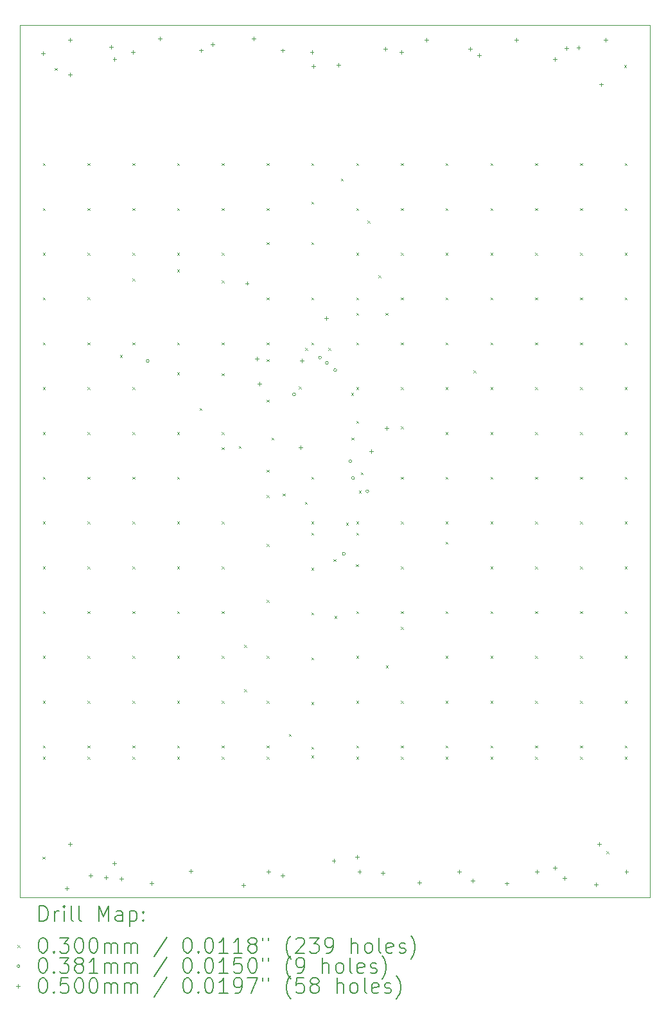
<source format=gbr>
%TF.GenerationSoftware,KiCad,Pcbnew,(6.0.10)*%
%TF.CreationDate,2023-07-31T20:16:09+01:00*%
%TF.ProjectId,magnetonetouchpad,6d61676e-6574-46f6-9e65-746f75636870,rev?*%
%TF.SameCoordinates,Original*%
%TF.FileFunction,Drillmap*%
%TF.FilePolarity,Positive*%
%FSLAX45Y45*%
G04 Gerber Fmt 4.5, Leading zero omitted, Abs format (unit mm)*
G04 Created by KiCad (PCBNEW (6.0.10)) date 2023-07-31 20:16:09*
%MOMM*%
%LPD*%
G01*
G04 APERTURE LIST*
%ADD10C,0.100000*%
%ADD11C,0.200000*%
%ADD12C,0.030000*%
%ADD13C,0.038110*%
%ADD14C,0.050000*%
G04 APERTURE END LIST*
D10*
X9585299Y-4046312D02*
X17884475Y-4046312D01*
X17884475Y-4046312D02*
X17884475Y-15534681D01*
X17884475Y-15534681D02*
X9585299Y-15534681D01*
X9585299Y-15534681D02*
X9585299Y-4046312D01*
D11*
D12*
X9877749Y-15002337D02*
X9907749Y-15032337D01*
X9907749Y-15002337D02*
X9877749Y-15032337D01*
X9883769Y-5867367D02*
X9913769Y-5897367D01*
X9913769Y-5867367D02*
X9883769Y-5897367D01*
X9883769Y-6457367D02*
X9913769Y-6487367D01*
X9913769Y-6457367D02*
X9883769Y-6487367D01*
X9883769Y-7047367D02*
X9913769Y-7077367D01*
X9913769Y-7047367D02*
X9883769Y-7077367D01*
X9883769Y-7637367D02*
X9913769Y-7667367D01*
X9913769Y-7637367D02*
X9883769Y-7667367D01*
X9883769Y-8227367D02*
X9913769Y-8257367D01*
X9913769Y-8227367D02*
X9883769Y-8257367D01*
X9883769Y-8817367D02*
X9913769Y-8847367D01*
X9913769Y-8817367D02*
X9883769Y-8847367D01*
X9883769Y-9407367D02*
X9913769Y-9437367D01*
X9913769Y-9407367D02*
X9883769Y-9437367D01*
X9883769Y-9997367D02*
X9913769Y-10027367D01*
X9913769Y-9997367D02*
X9883769Y-10027367D01*
X9883769Y-10587367D02*
X9913769Y-10617367D01*
X9913769Y-10587367D02*
X9883769Y-10617367D01*
X9883769Y-11177367D02*
X9913769Y-11207367D01*
X9913769Y-11177367D02*
X9883769Y-11207367D01*
X9883769Y-11767367D02*
X9913769Y-11797367D01*
X9913769Y-11767367D02*
X9883769Y-11797367D01*
X9883769Y-12357367D02*
X9913769Y-12387367D01*
X9913769Y-12357367D02*
X9883769Y-12387367D01*
X9883769Y-12947367D02*
X9913769Y-12977367D01*
X9913769Y-12947367D02*
X9883769Y-12977367D01*
X9883769Y-13537367D02*
X9913769Y-13567367D01*
X9913769Y-13537367D02*
X9883769Y-13567367D01*
X9883769Y-13684867D02*
X9913769Y-13714867D01*
X9913769Y-13684867D02*
X9883769Y-13714867D01*
X10040286Y-4613337D02*
X10070286Y-4643337D01*
X10070286Y-4613337D02*
X10040286Y-4643337D01*
X10473769Y-5867367D02*
X10503769Y-5897367D01*
X10503769Y-5867367D02*
X10473769Y-5897367D01*
X10473769Y-6457367D02*
X10503769Y-6487367D01*
X10503769Y-6457367D02*
X10473769Y-6487367D01*
X10473769Y-7047367D02*
X10503769Y-7077367D01*
X10503769Y-7047367D02*
X10473769Y-7077367D01*
X10473769Y-7632357D02*
X10503769Y-7662357D01*
X10503769Y-7632357D02*
X10473769Y-7662357D01*
X10473769Y-8227367D02*
X10503769Y-8257367D01*
X10503769Y-8227367D02*
X10473769Y-8257367D01*
X10473769Y-8817367D02*
X10503769Y-8847367D01*
X10503769Y-8817367D02*
X10473769Y-8847367D01*
X10473769Y-9407367D02*
X10503769Y-9437367D01*
X10503769Y-9407367D02*
X10473769Y-9437367D01*
X10473769Y-9997367D02*
X10503769Y-10027367D01*
X10503769Y-9997367D02*
X10473769Y-10027367D01*
X10473769Y-10587367D02*
X10503769Y-10617367D01*
X10503769Y-10587367D02*
X10473769Y-10617367D01*
X10473769Y-11177367D02*
X10503769Y-11207367D01*
X10503769Y-11177367D02*
X10473769Y-11207367D01*
X10473769Y-11767367D02*
X10503769Y-11797367D01*
X10503769Y-11767367D02*
X10473769Y-11797367D01*
X10473769Y-12357367D02*
X10503769Y-12387367D01*
X10503769Y-12357367D02*
X10473769Y-12387367D01*
X10473769Y-12947367D02*
X10503769Y-12977367D01*
X10503769Y-12947367D02*
X10473769Y-12977367D01*
X10473769Y-13537367D02*
X10503769Y-13567367D01*
X10503769Y-13537367D02*
X10473769Y-13567367D01*
X10473769Y-13684867D02*
X10503769Y-13714867D01*
X10503769Y-13684867D02*
X10473769Y-13714867D01*
X10897831Y-8393304D02*
X10927831Y-8423304D01*
X10927831Y-8393304D02*
X10897831Y-8423304D01*
X11063769Y-5867367D02*
X11093769Y-5897367D01*
X11093769Y-5867367D02*
X11063769Y-5897367D01*
X11063769Y-6457367D02*
X11093769Y-6487367D01*
X11093769Y-6457367D02*
X11063769Y-6487367D01*
X11063769Y-7047367D02*
X11093769Y-7077367D01*
X11093769Y-7047367D02*
X11063769Y-7077367D01*
X11063769Y-7386087D02*
X11093769Y-7416087D01*
X11093769Y-7386087D02*
X11063769Y-7416087D01*
X11063769Y-8227367D02*
X11093769Y-8257367D01*
X11093769Y-8227367D02*
X11063769Y-8257367D01*
X11063769Y-8817367D02*
X11093769Y-8847367D01*
X11093769Y-8817367D02*
X11063769Y-8847367D01*
X11063769Y-9407367D02*
X11093769Y-9437367D01*
X11093769Y-9407367D02*
X11063769Y-9437367D01*
X11063769Y-9997367D02*
X11093769Y-10027367D01*
X11093769Y-9997367D02*
X11063769Y-10027367D01*
X11063769Y-10587367D02*
X11093769Y-10617367D01*
X11093769Y-10587367D02*
X11063769Y-10617367D01*
X11063769Y-11177367D02*
X11093769Y-11207367D01*
X11093769Y-11177367D02*
X11063769Y-11207367D01*
X11063769Y-11767367D02*
X11093769Y-11797367D01*
X11093769Y-11767367D02*
X11063769Y-11797367D01*
X11063769Y-12357367D02*
X11093769Y-12387367D01*
X11093769Y-12357367D02*
X11063769Y-12387367D01*
X11063769Y-12947367D02*
X11093769Y-12977367D01*
X11093769Y-12947367D02*
X11063769Y-12977367D01*
X11063769Y-13537367D02*
X11093769Y-13567367D01*
X11093769Y-13537367D02*
X11063769Y-13567367D01*
X11063769Y-13684867D02*
X11093769Y-13714867D01*
X11093769Y-13684867D02*
X11063769Y-13714867D01*
X11653769Y-5867367D02*
X11683769Y-5897367D01*
X11683769Y-5867367D02*
X11653769Y-5897367D01*
X11653769Y-6457367D02*
X11683769Y-6487367D01*
X11683769Y-6457367D02*
X11653769Y-6487367D01*
X11653769Y-7047367D02*
X11683769Y-7077367D01*
X11683769Y-7047367D02*
X11653769Y-7077367D01*
X11653769Y-7269837D02*
X11683769Y-7299837D01*
X11683769Y-7269837D02*
X11653769Y-7299837D01*
X11653769Y-8227367D02*
X11683769Y-8257367D01*
X11683769Y-8227367D02*
X11653769Y-8257367D01*
X11653769Y-8622617D02*
X11683769Y-8652617D01*
X11683769Y-8622617D02*
X11653769Y-8652617D01*
X11653769Y-9407367D02*
X11683769Y-9437367D01*
X11683769Y-9407367D02*
X11653769Y-9437367D01*
X11653769Y-9997367D02*
X11683769Y-10027367D01*
X11683769Y-9997367D02*
X11653769Y-10027367D01*
X11653769Y-10587367D02*
X11683769Y-10617367D01*
X11683769Y-10587367D02*
X11653769Y-10617367D01*
X11653769Y-11177367D02*
X11683769Y-11207367D01*
X11683769Y-11177367D02*
X11653769Y-11207367D01*
X11653769Y-11767367D02*
X11683769Y-11797367D01*
X11683769Y-11767367D02*
X11653769Y-11797367D01*
X11653769Y-12357367D02*
X11683769Y-12387367D01*
X11683769Y-12357367D02*
X11653769Y-12387367D01*
X11653769Y-12947367D02*
X11683769Y-12977367D01*
X11683769Y-12947367D02*
X11653769Y-12977367D01*
X11653769Y-13537367D02*
X11683769Y-13567367D01*
X11683769Y-13537367D02*
X11653769Y-13567367D01*
X11653769Y-13684867D02*
X11683769Y-13714867D01*
X11683769Y-13684867D02*
X11653769Y-13714867D01*
X11948769Y-9093929D02*
X11978769Y-9123929D01*
X11978769Y-9093929D02*
X11948769Y-9123929D01*
X12243769Y-5867367D02*
X12273769Y-5897367D01*
X12273769Y-5867367D02*
X12243769Y-5897367D01*
X12243769Y-6457367D02*
X12273769Y-6487367D01*
X12273769Y-6457367D02*
X12243769Y-6487367D01*
X12243769Y-7047367D02*
X12273769Y-7077367D01*
X12273769Y-7047367D02*
X12243769Y-7077367D01*
X12243769Y-7409357D02*
X12273769Y-7439357D01*
X12273769Y-7409357D02*
X12243769Y-7439357D01*
X12243769Y-8227367D02*
X12273769Y-8257367D01*
X12273769Y-8227367D02*
X12243769Y-8257367D01*
X12243769Y-8632992D02*
X12273769Y-8662992D01*
X12273769Y-8632992D02*
X12243769Y-8662992D01*
X12243769Y-9407367D02*
X12273769Y-9437367D01*
X12273769Y-9407367D02*
X12243769Y-9437367D01*
X12243769Y-9610179D02*
X12273769Y-9640179D01*
X12273769Y-9610179D02*
X12243769Y-9640179D01*
X12243769Y-10587367D02*
X12273769Y-10617367D01*
X12273769Y-10587367D02*
X12243769Y-10617367D01*
X12243769Y-11177367D02*
X12273769Y-11207367D01*
X12273769Y-11177367D02*
X12243769Y-11207367D01*
X12243769Y-11767367D02*
X12273769Y-11797367D01*
X12273769Y-11767367D02*
X12243769Y-11797367D01*
X12243769Y-12357367D02*
X12273769Y-12387367D01*
X12273769Y-12357367D02*
X12243769Y-12387367D01*
X12243769Y-12947367D02*
X12273769Y-12977367D01*
X12273769Y-12947367D02*
X12243769Y-12977367D01*
X12243769Y-13537367D02*
X12273769Y-13567367D01*
X12273769Y-13537367D02*
X12243769Y-13567367D01*
X12243769Y-13684867D02*
X12273769Y-13714867D01*
X12273769Y-13684867D02*
X12243769Y-13714867D01*
X12467287Y-9591742D02*
X12497287Y-9621742D01*
X12497287Y-9591742D02*
X12467287Y-9621742D01*
X12538131Y-12796720D02*
X12568131Y-12826720D01*
X12568131Y-12796720D02*
X12538131Y-12826720D01*
X12538769Y-12209867D02*
X12568769Y-12239867D01*
X12568769Y-12209867D02*
X12538769Y-12239867D01*
X12833769Y-5867367D02*
X12863769Y-5897367D01*
X12863769Y-5867367D02*
X12833769Y-5897367D01*
X12833769Y-6457367D02*
X12863769Y-6487367D01*
X12863769Y-6457367D02*
X12833769Y-6487367D01*
X12833769Y-6907562D02*
X12863769Y-6937562D01*
X12863769Y-6907562D02*
X12833769Y-6937562D01*
X12833769Y-7637367D02*
X12863769Y-7667367D01*
X12863769Y-7637367D02*
X12833769Y-7667367D01*
X12833769Y-8227367D02*
X12863769Y-8257367D01*
X12863769Y-8227367D02*
X12833769Y-8257367D01*
X12833769Y-8448617D02*
X12863769Y-8478617D01*
X12863769Y-8448617D02*
X12833769Y-8478617D01*
X12833769Y-8983304D02*
X12863769Y-9013304D01*
X12863769Y-8983304D02*
X12833769Y-9013304D01*
X12833769Y-9905179D02*
X12863769Y-9935179D01*
X12863769Y-9905179D02*
X12833769Y-9935179D01*
X12833769Y-10237054D02*
X12863769Y-10267054D01*
X12863769Y-10237054D02*
X12833769Y-10267054D01*
X12833769Y-10882367D02*
X12863769Y-10912367D01*
X12863769Y-10882367D02*
X12833769Y-10912367D01*
X12833769Y-11619867D02*
X12863769Y-11649867D01*
X12863769Y-11619867D02*
X12833769Y-11649867D01*
X12833769Y-12357367D02*
X12863769Y-12387367D01*
X12863769Y-12357367D02*
X12833769Y-12387367D01*
X12833769Y-12947367D02*
X12863769Y-12977367D01*
X12863769Y-12947367D02*
X12833769Y-12977367D01*
X12833769Y-13537367D02*
X12863769Y-13567367D01*
X12863769Y-13537367D02*
X12833769Y-13567367D01*
X12833769Y-13684867D02*
X12863769Y-13714867D01*
X12863769Y-13684867D02*
X12833769Y-13714867D01*
X12898519Y-9481117D02*
X12928519Y-9511117D01*
X12928519Y-9481117D02*
X12898519Y-9511117D01*
X13045749Y-10216337D02*
X13075749Y-10246337D01*
X13075749Y-10216337D02*
X13045749Y-10246337D01*
X13126749Y-13386337D02*
X13156749Y-13416337D01*
X13156749Y-13386337D02*
X13126749Y-13416337D01*
X13256849Y-8808499D02*
X13286849Y-8838499D01*
X13286849Y-8808499D02*
X13256849Y-8838499D01*
X13338287Y-10328938D02*
X13368287Y-10358938D01*
X13368287Y-10328938D02*
X13338287Y-10358938D01*
X13340499Y-8301117D02*
X13370499Y-8331117D01*
X13370499Y-8301117D02*
X13340499Y-8331117D01*
X13423769Y-5867367D02*
X13453769Y-5897367D01*
X13453769Y-5867367D02*
X13423769Y-5897367D01*
X13423769Y-6372456D02*
X13453769Y-6402456D01*
X13453769Y-6372456D02*
X13423769Y-6402456D01*
X13423769Y-6907562D02*
X13453769Y-6937562D01*
X13453769Y-6907562D02*
X13423769Y-6937562D01*
X13423769Y-7637367D02*
X13453769Y-7667367D01*
X13453769Y-7637367D02*
X13423769Y-7667367D01*
X13423769Y-8227367D02*
X13453769Y-8257367D01*
X13453769Y-8227367D02*
X13423769Y-8257367D01*
X13423769Y-9997367D02*
X13453769Y-10027367D01*
X13453769Y-9997367D02*
X13423769Y-10027367D01*
X13423769Y-10587367D02*
X13453769Y-10617367D01*
X13453769Y-10587367D02*
X13423769Y-10617367D01*
X13423769Y-10734867D02*
X13453769Y-10764867D01*
X13453769Y-10734867D02*
X13423769Y-10764867D01*
X13423769Y-11195804D02*
X13453769Y-11225804D01*
X13453769Y-11195804D02*
X13423769Y-11225804D01*
X13423769Y-11785804D02*
X13453769Y-11815804D01*
X13453769Y-11785804D02*
X13423769Y-11815804D01*
X13423769Y-12375804D02*
X13453769Y-12405804D01*
X13453769Y-12375804D02*
X13423769Y-12405804D01*
X13423769Y-12965804D02*
X13453769Y-12995804D01*
X13453769Y-12965804D02*
X13423769Y-12995804D01*
X13423769Y-13555804D02*
X13453769Y-13585804D01*
X13453769Y-13555804D02*
X13423769Y-13585804D01*
X13423769Y-13666429D02*
X13453769Y-13696429D01*
X13453769Y-13666429D02*
X13423769Y-13696429D01*
X13645019Y-8301117D02*
X13675019Y-8331117D01*
X13675019Y-8301117D02*
X13645019Y-8331117D01*
X13714749Y-11080337D02*
X13744749Y-11110337D01*
X13744749Y-11080337D02*
X13714749Y-11110337D01*
X13727686Y-11829525D02*
X13757686Y-11859525D01*
X13757686Y-11829525D02*
X13727686Y-11859525D01*
X13810956Y-6070179D02*
X13840956Y-6100179D01*
X13840956Y-6070179D02*
X13810956Y-6100179D01*
X13878456Y-10605679D02*
X13908456Y-10635679D01*
X13908456Y-10605679D02*
X13878456Y-10635679D01*
X13945769Y-8894117D02*
X13975769Y-8924117D01*
X13975769Y-8894117D02*
X13945769Y-8924117D01*
X13952519Y-9481117D02*
X13982519Y-9511117D01*
X13982519Y-9481117D02*
X13952519Y-9511117D01*
X14011019Y-11150007D02*
X14041019Y-11180007D01*
X14041019Y-11150007D02*
X14011019Y-11180007D01*
X14013769Y-5867367D02*
X14043769Y-5897367D01*
X14043769Y-5867367D02*
X14013769Y-5897367D01*
X14013769Y-6457367D02*
X14043769Y-6487367D01*
X14043769Y-6457367D02*
X14013769Y-6487367D01*
X14013769Y-7047367D02*
X14043769Y-7077367D01*
X14043769Y-7047367D02*
X14013769Y-7077367D01*
X14013769Y-7637367D02*
X14043769Y-7667367D01*
X14043769Y-7637367D02*
X14013769Y-7667367D01*
X14013769Y-7840179D02*
X14043769Y-7870179D01*
X14043769Y-7840179D02*
X14013769Y-7870179D01*
X14013769Y-8227367D02*
X14043769Y-8257367D01*
X14043769Y-8227367D02*
X14013769Y-8257367D01*
X14013769Y-8817367D02*
X14043769Y-8847367D01*
X14043769Y-8817367D02*
X14013769Y-8847367D01*
X14013769Y-9259867D02*
X14043769Y-9289867D01*
X14043769Y-9259867D02*
X14013769Y-9289867D01*
X14013769Y-10587367D02*
X14043769Y-10617367D01*
X14043769Y-10587367D02*
X14013769Y-10617367D01*
X14013769Y-10734867D02*
X14043769Y-10764867D01*
X14043769Y-10734867D02*
X14013769Y-10764867D01*
X14013769Y-11767367D02*
X14043769Y-11797367D01*
X14043769Y-11767367D02*
X14013769Y-11797367D01*
X14013769Y-12357367D02*
X14043769Y-12387367D01*
X14043769Y-12357367D02*
X14013769Y-12387367D01*
X14013769Y-12947367D02*
X14043769Y-12977367D01*
X14043769Y-12947367D02*
X14013769Y-12977367D01*
X14013769Y-13537367D02*
X14043769Y-13567367D01*
X14043769Y-13537367D02*
X14013769Y-13567367D01*
X14013769Y-13684867D02*
X14043769Y-13714867D01*
X14043769Y-13684867D02*
X14013769Y-13714867D01*
X14050644Y-10181742D02*
X14080644Y-10211742D01*
X14080644Y-10181742D02*
X14050644Y-10211742D01*
X14074144Y-9936992D02*
X14104144Y-9966992D01*
X14104144Y-9936992D02*
X14074144Y-9966992D01*
X14161269Y-6623304D02*
X14191269Y-6653304D01*
X14191269Y-6623304D02*
X14161269Y-6653304D01*
X14308769Y-7342367D02*
X14338769Y-7372367D01*
X14338769Y-7342367D02*
X14308769Y-7372367D01*
X14400956Y-7840179D02*
X14430956Y-7870179D01*
X14430956Y-7840179D02*
X14400956Y-7870179D01*
X14403287Y-12482417D02*
X14433287Y-12512417D01*
X14433287Y-12482417D02*
X14403287Y-12512417D01*
X14603769Y-5867367D02*
X14633769Y-5897367D01*
X14633769Y-5867367D02*
X14603769Y-5897367D01*
X14603769Y-6457367D02*
X14633769Y-6487367D01*
X14633769Y-6457367D02*
X14603769Y-6487367D01*
X14603769Y-7047367D02*
X14633769Y-7077367D01*
X14633769Y-7047367D02*
X14603769Y-7077367D01*
X14603769Y-7637367D02*
X14633769Y-7667367D01*
X14633769Y-7637367D02*
X14603769Y-7667367D01*
X14603769Y-8227367D02*
X14633769Y-8257367D01*
X14633769Y-8227367D02*
X14603769Y-8257367D01*
X14603769Y-8817367D02*
X14633769Y-8847367D01*
X14633769Y-8817367D02*
X14603769Y-8847367D01*
X14603769Y-9333617D02*
X14633769Y-9363617D01*
X14633769Y-9333617D02*
X14603769Y-9363617D01*
X14603769Y-9997367D02*
X14633769Y-10027367D01*
X14633769Y-9997367D02*
X14603769Y-10027367D01*
X14603769Y-10587367D02*
X14633769Y-10617367D01*
X14633769Y-10587367D02*
X14603769Y-10617367D01*
X14603769Y-11177367D02*
X14633769Y-11207367D01*
X14633769Y-11177367D02*
X14603769Y-11207367D01*
X14603769Y-11767367D02*
X14633769Y-11797367D01*
X14633769Y-11767367D02*
X14603769Y-11797367D01*
X14603769Y-11977025D02*
X14633769Y-12007025D01*
X14633769Y-11977025D02*
X14603769Y-12007025D01*
X14603769Y-12947367D02*
X14633769Y-12977367D01*
X14633769Y-12947367D02*
X14603769Y-12977367D01*
X14603769Y-13537367D02*
X14633769Y-13567367D01*
X14633769Y-13537367D02*
X14603769Y-13567367D01*
X14603769Y-13684867D02*
X14633769Y-13714867D01*
X14633769Y-13684867D02*
X14603769Y-13714867D01*
X15193769Y-5867367D02*
X15223769Y-5897367D01*
X15223769Y-5867367D02*
X15193769Y-5897367D01*
X15193769Y-6457367D02*
X15223769Y-6487367D01*
X15223769Y-6457367D02*
X15193769Y-6487367D01*
X15193769Y-7047367D02*
X15223769Y-7077367D01*
X15223769Y-7047367D02*
X15193769Y-7077367D01*
X15193769Y-7637367D02*
X15223769Y-7667367D01*
X15223769Y-7637367D02*
X15193769Y-7667367D01*
X15193769Y-8227367D02*
X15223769Y-8257367D01*
X15223769Y-8227367D02*
X15193769Y-8257367D01*
X15193769Y-8817367D02*
X15223769Y-8847367D01*
X15223769Y-8817367D02*
X15193769Y-8847367D01*
X15193769Y-9407367D02*
X15223769Y-9437367D01*
X15223769Y-9407367D02*
X15193769Y-9437367D01*
X15193769Y-9997367D02*
X15223769Y-10027367D01*
X15223769Y-9997367D02*
X15193769Y-10027367D01*
X15193769Y-10587367D02*
X15223769Y-10617367D01*
X15223769Y-10587367D02*
X15193769Y-10617367D01*
X15193769Y-10852337D02*
X15223769Y-10882337D01*
X15223769Y-10852337D02*
X15193769Y-10882337D01*
X15193769Y-11767367D02*
X15223769Y-11797367D01*
X15223769Y-11767367D02*
X15193769Y-11797367D01*
X15193769Y-12357367D02*
X15223769Y-12387367D01*
X15223769Y-12357367D02*
X15193769Y-12387367D01*
X15193769Y-12947367D02*
X15223769Y-12977367D01*
X15223769Y-12947367D02*
X15193769Y-12977367D01*
X15193769Y-13537367D02*
X15223769Y-13567367D01*
X15223769Y-13537367D02*
X15193769Y-13567367D01*
X15193769Y-13684867D02*
X15223769Y-13714867D01*
X15223769Y-13684867D02*
X15193769Y-13714867D01*
X15562519Y-8596117D02*
X15592519Y-8626117D01*
X15592519Y-8596117D02*
X15562519Y-8626117D01*
X15783769Y-5867367D02*
X15813769Y-5897367D01*
X15813769Y-5867367D02*
X15783769Y-5897367D01*
X15783769Y-6457367D02*
X15813769Y-6487367D01*
X15813769Y-6457367D02*
X15783769Y-6487367D01*
X15783769Y-7047367D02*
X15813769Y-7077367D01*
X15813769Y-7047367D02*
X15783769Y-7077367D01*
X15783769Y-7637367D02*
X15813769Y-7667367D01*
X15813769Y-7637367D02*
X15783769Y-7667367D01*
X15783769Y-8227367D02*
X15813769Y-8257367D01*
X15813769Y-8227367D02*
X15783769Y-8257367D01*
X15783769Y-8817367D02*
X15813769Y-8847367D01*
X15813769Y-8817367D02*
X15783769Y-8847367D01*
X15783769Y-9407367D02*
X15813769Y-9437367D01*
X15813769Y-9407367D02*
X15783769Y-9437367D01*
X15783769Y-9997367D02*
X15813769Y-10027367D01*
X15813769Y-9997367D02*
X15783769Y-10027367D01*
X15783769Y-10587367D02*
X15813769Y-10617367D01*
X15813769Y-10587367D02*
X15783769Y-10617367D01*
X15783769Y-11177367D02*
X15813769Y-11207367D01*
X15813769Y-11177367D02*
X15783769Y-11207367D01*
X15783769Y-11767367D02*
X15813769Y-11797367D01*
X15813769Y-11767367D02*
X15783769Y-11797367D01*
X15783769Y-12357367D02*
X15813769Y-12387367D01*
X15813769Y-12357367D02*
X15783769Y-12387367D01*
X15783769Y-12947367D02*
X15813769Y-12977367D01*
X15813769Y-12947367D02*
X15783769Y-12977367D01*
X15783769Y-13537367D02*
X15813769Y-13567367D01*
X15813769Y-13537367D02*
X15783769Y-13567367D01*
X15783769Y-13684867D02*
X15813769Y-13714867D01*
X15813769Y-13684867D02*
X15783769Y-13714867D01*
X16373769Y-5867367D02*
X16403769Y-5897367D01*
X16403769Y-5867367D02*
X16373769Y-5897367D01*
X16373769Y-6457367D02*
X16403769Y-6487367D01*
X16403769Y-6457367D02*
X16373769Y-6487367D01*
X16373769Y-7047367D02*
X16403769Y-7077367D01*
X16403769Y-7047367D02*
X16373769Y-7077367D01*
X16373769Y-7637367D02*
X16403769Y-7667367D01*
X16403769Y-7637367D02*
X16373769Y-7667367D01*
X16373769Y-8227367D02*
X16403769Y-8257367D01*
X16403769Y-8227367D02*
X16373769Y-8257367D01*
X16373769Y-8817367D02*
X16403769Y-8847367D01*
X16403769Y-8817367D02*
X16373769Y-8847367D01*
X16373769Y-9407367D02*
X16403769Y-9437367D01*
X16403769Y-9407367D02*
X16373769Y-9437367D01*
X16373769Y-9997367D02*
X16403769Y-10027367D01*
X16403769Y-9997367D02*
X16373769Y-10027367D01*
X16373769Y-10587367D02*
X16403769Y-10617367D01*
X16403769Y-10587367D02*
X16373769Y-10617367D01*
X16373769Y-11177367D02*
X16403769Y-11207367D01*
X16403769Y-11177367D02*
X16373769Y-11207367D01*
X16373769Y-11767367D02*
X16403769Y-11797367D01*
X16403769Y-11767367D02*
X16373769Y-11797367D01*
X16373769Y-12357367D02*
X16403769Y-12387367D01*
X16403769Y-12357367D02*
X16373769Y-12387367D01*
X16373769Y-12947367D02*
X16403769Y-12977367D01*
X16403769Y-12947367D02*
X16373769Y-12977367D01*
X16373769Y-13537367D02*
X16403769Y-13567367D01*
X16403769Y-13537367D02*
X16373769Y-13567367D01*
X16373769Y-13684867D02*
X16403769Y-13714867D01*
X16403769Y-13684867D02*
X16373769Y-13714867D01*
X16963769Y-5867367D02*
X16993769Y-5897367D01*
X16993769Y-5867367D02*
X16963769Y-5897367D01*
X16963769Y-6457367D02*
X16993769Y-6487367D01*
X16993769Y-6457367D02*
X16963769Y-6487367D01*
X16963769Y-7047367D02*
X16993769Y-7077367D01*
X16993769Y-7047367D02*
X16963769Y-7077367D01*
X16963769Y-7637367D02*
X16993769Y-7667367D01*
X16993769Y-7637367D02*
X16963769Y-7667367D01*
X16963769Y-8227367D02*
X16993769Y-8257367D01*
X16993769Y-8227367D02*
X16963769Y-8257367D01*
X16963769Y-8817367D02*
X16993769Y-8847367D01*
X16993769Y-8817367D02*
X16963769Y-8847367D01*
X16963769Y-9407367D02*
X16993769Y-9437367D01*
X16993769Y-9407367D02*
X16963769Y-9437367D01*
X16963769Y-9997367D02*
X16993769Y-10027367D01*
X16993769Y-9997367D02*
X16963769Y-10027367D01*
X16963769Y-10587367D02*
X16993769Y-10617367D01*
X16993769Y-10587367D02*
X16963769Y-10617367D01*
X16963769Y-11177367D02*
X16993769Y-11207367D01*
X16993769Y-11177367D02*
X16963769Y-11207367D01*
X16963769Y-11767367D02*
X16993769Y-11797367D01*
X16993769Y-11767367D02*
X16963769Y-11797367D01*
X16963769Y-12357367D02*
X16993769Y-12387367D01*
X16993769Y-12357367D02*
X16963769Y-12387367D01*
X16963769Y-12947367D02*
X16993769Y-12977367D01*
X16993769Y-12947367D02*
X16963769Y-12977367D01*
X16963769Y-13537367D02*
X16993769Y-13567367D01*
X16993769Y-13537367D02*
X16963769Y-13567367D01*
X16963769Y-13684867D02*
X16993769Y-13714867D01*
X16993769Y-13684867D02*
X16963769Y-13714867D01*
X17312288Y-14931937D02*
X17342288Y-14961937D01*
X17342288Y-14931937D02*
X17312288Y-14961937D01*
X17544349Y-4576462D02*
X17574349Y-4606462D01*
X17574349Y-4576462D02*
X17544349Y-4606462D01*
X17553769Y-5867367D02*
X17583769Y-5897367D01*
X17583769Y-5867367D02*
X17553769Y-5897367D01*
X17553769Y-6457367D02*
X17583769Y-6487367D01*
X17583769Y-6457367D02*
X17553769Y-6487367D01*
X17553769Y-7047367D02*
X17583769Y-7077367D01*
X17583769Y-7047367D02*
X17553769Y-7077367D01*
X17553769Y-7637367D02*
X17583769Y-7667367D01*
X17583769Y-7637367D02*
X17553769Y-7667367D01*
X17553769Y-8227367D02*
X17583769Y-8257367D01*
X17583769Y-8227367D02*
X17553769Y-8257367D01*
X17553769Y-8817367D02*
X17583769Y-8847367D01*
X17583769Y-8817367D02*
X17553769Y-8847367D01*
X17553769Y-9407367D02*
X17583769Y-9437367D01*
X17583769Y-9407367D02*
X17553769Y-9437367D01*
X17553769Y-9997367D02*
X17583769Y-10027367D01*
X17583769Y-9997367D02*
X17553769Y-10027367D01*
X17553769Y-10587367D02*
X17583769Y-10617367D01*
X17583769Y-10587367D02*
X17553769Y-10617367D01*
X17553769Y-11177367D02*
X17583769Y-11207367D01*
X17583769Y-11177367D02*
X17553769Y-11207367D01*
X17553769Y-11767367D02*
X17583769Y-11797367D01*
X17583769Y-11767367D02*
X17553769Y-11797367D01*
X17553769Y-12357367D02*
X17583769Y-12387367D01*
X17583769Y-12357367D02*
X17553769Y-12387367D01*
X17553769Y-12947367D02*
X17583769Y-12977367D01*
X17583769Y-12947367D02*
X17553769Y-12977367D01*
X17553769Y-13537367D02*
X17583769Y-13567367D01*
X17583769Y-13537367D02*
X17553769Y-13567367D01*
X17553769Y-13684867D02*
X17583769Y-13714867D01*
X17583769Y-13684867D02*
X17553769Y-13714867D01*
D13*
X11285804Y-8471337D02*
G75*
G03*
X11285804Y-8471337I-19055J0D01*
G01*
X13213817Y-8912436D02*
G75*
G03*
X13213817Y-8912436I-19055J0D01*
G01*
X13555342Y-8426938D02*
G75*
G03*
X13555342Y-8426938I-19055J0D01*
G01*
X13647342Y-8496938D02*
G75*
G03*
X13647342Y-8496938I-19055J0D01*
G01*
X13756324Y-8592117D02*
G75*
G03*
X13756324Y-8592117I-19055J0D01*
G01*
X13869653Y-11012787D02*
G75*
G03*
X13869653Y-11012787I-19055J0D01*
G01*
X13956004Y-9793730D02*
G75*
G03*
X13956004Y-9793730I-19055J0D01*
G01*
X13991324Y-10014117D02*
G75*
G03*
X13991324Y-10014117I-19055J0D01*
G01*
X14180324Y-10188117D02*
G75*
G03*
X14180324Y-10188117I-19055J0D01*
G01*
D14*
X9889349Y-4393538D02*
X9889349Y-4443538D01*
X9864349Y-4418538D02*
X9914349Y-4418538D01*
X10196038Y-15394437D02*
X10196038Y-15444437D01*
X10171038Y-15419437D02*
X10221038Y-15419437D01*
X10239661Y-4216150D02*
X10239661Y-4266150D01*
X10214661Y-4241150D02*
X10264661Y-4241150D01*
X10239661Y-4677087D02*
X10239661Y-4727087D01*
X10214661Y-4702087D02*
X10264661Y-4702087D01*
X10239661Y-14812087D02*
X10239661Y-14862087D01*
X10214661Y-14837087D02*
X10264661Y-14837087D01*
X10515532Y-15222443D02*
X10515532Y-15272443D01*
X10490532Y-15247443D02*
X10540532Y-15247443D01*
X10712288Y-15246937D02*
X10712288Y-15296937D01*
X10687288Y-15271937D02*
X10737288Y-15271937D01*
X10786038Y-4308337D02*
X10786038Y-4358337D01*
X10761038Y-4333337D02*
X10811038Y-4333337D01*
X10829561Y-15061712D02*
X10829561Y-15111712D01*
X10804561Y-15086712D02*
X10854561Y-15086712D01*
X10829661Y-4474275D02*
X10829661Y-4524275D01*
X10804661Y-4499275D02*
X10854661Y-4499275D01*
X10922299Y-15268212D02*
X10922299Y-15318212D01*
X10897299Y-15293212D02*
X10947299Y-15293212D01*
X11069349Y-4382087D02*
X11069349Y-4432087D01*
X11044349Y-4407087D02*
X11094349Y-4407087D01*
X11315298Y-15326212D02*
X11315298Y-15376212D01*
X11290298Y-15351212D02*
X11340298Y-15351212D01*
X11429698Y-4203912D02*
X11429698Y-4253912D01*
X11404698Y-4228912D02*
X11454698Y-4228912D01*
X11835298Y-15169212D02*
X11835298Y-15219212D01*
X11810298Y-15194212D02*
X11860298Y-15194212D01*
X11967648Y-4357612D02*
X11967648Y-4407612D01*
X11942648Y-4382612D02*
X11992648Y-4382612D01*
X12121348Y-4280762D02*
X12121348Y-4330762D01*
X12096348Y-4305762D02*
X12146348Y-4305762D01*
X12531298Y-15351212D02*
X12531298Y-15401212D01*
X12506298Y-15376212D02*
X12556298Y-15376212D01*
X12574399Y-7423049D02*
X12574399Y-7473049D01*
X12549399Y-7448049D02*
X12599399Y-7448049D01*
X12659298Y-4203912D02*
X12659298Y-4253912D01*
X12634298Y-4228912D02*
X12684298Y-4228912D01*
X12703749Y-8418337D02*
X12703749Y-8468337D01*
X12678749Y-8443337D02*
X12728749Y-8443337D01*
X12736749Y-8745337D02*
X12736749Y-8795337D01*
X12711749Y-8770337D02*
X12761749Y-8770337D01*
X12857686Y-15172337D02*
X12857686Y-15222337D01*
X12832686Y-15197337D02*
X12882686Y-15197337D01*
X13043298Y-15227212D02*
X13043298Y-15277212D01*
X13018298Y-15252212D02*
X13068298Y-15252212D01*
X13043548Y-4357612D02*
X13043548Y-4407612D01*
X13018548Y-4382612D02*
X13068548Y-4382612D01*
X13281749Y-9588587D02*
X13281749Y-9638587D01*
X13256749Y-9613587D02*
X13306749Y-9613587D01*
X13296749Y-8442337D02*
X13296749Y-8492337D01*
X13271749Y-8467337D02*
X13321749Y-8467337D01*
X13429349Y-4382087D02*
X13429349Y-4432087D01*
X13404349Y-4407087D02*
X13454349Y-4407087D01*
X13447786Y-4566462D02*
X13447786Y-4616462D01*
X13422786Y-4591462D02*
X13472786Y-4591462D01*
X13618749Y-7884337D02*
X13618749Y-7934337D01*
X13593749Y-7909337D02*
X13643749Y-7909337D01*
X13717474Y-15026462D02*
X13717474Y-15076462D01*
X13692474Y-15051462D02*
X13742474Y-15051462D01*
X13779661Y-4548025D02*
X13779661Y-4598025D01*
X13754661Y-4573025D02*
X13804661Y-4573025D01*
X14024036Y-14978025D02*
X14024036Y-15028025D01*
X13999036Y-15003025D02*
X14049036Y-15003025D01*
X14056124Y-15172337D02*
X14056124Y-15222337D01*
X14031124Y-15197337D02*
X14081124Y-15197337D01*
X14213144Y-9637054D02*
X14213144Y-9687054D01*
X14188144Y-9662054D02*
X14238144Y-9662054D01*
X14361298Y-15189212D02*
X14361298Y-15239212D01*
X14336298Y-15214212D02*
X14386298Y-15214212D01*
X14400298Y-4337212D02*
X14400298Y-4387212D01*
X14375298Y-4362212D02*
X14425298Y-4362212D01*
X14415956Y-9330462D02*
X14415956Y-9380462D01*
X14390956Y-9355462D02*
X14440956Y-9355462D01*
X14609349Y-4382087D02*
X14609349Y-4432087D01*
X14584349Y-4407087D02*
X14634349Y-4407087D01*
X14844298Y-15321212D02*
X14844298Y-15371212D01*
X14819298Y-15346212D02*
X14869298Y-15346212D01*
X14937298Y-4214212D02*
X14937298Y-4264212D01*
X14912298Y-4239212D02*
X14962298Y-4239212D01*
X15374298Y-15174212D02*
X15374298Y-15224212D01*
X15349298Y-15199212D02*
X15399298Y-15199212D01*
X15517298Y-4334212D02*
X15517298Y-4384212D01*
X15492298Y-4359212D02*
X15542298Y-4359212D01*
X15552298Y-15291212D02*
X15552298Y-15341212D01*
X15527298Y-15316212D02*
X15577298Y-15316212D01*
X15634298Y-4424212D02*
X15634298Y-4474212D01*
X15609298Y-4449212D02*
X15659298Y-4449212D01*
X15995298Y-15330212D02*
X15995298Y-15380212D01*
X15970298Y-15355212D02*
X16020298Y-15355212D01*
X16128298Y-4219212D02*
X16128298Y-4269212D01*
X16103298Y-4244212D02*
X16153298Y-4244212D01*
X16397686Y-15172337D02*
X16397686Y-15222337D01*
X16372686Y-15197337D02*
X16422686Y-15197337D01*
X16637474Y-4474275D02*
X16637474Y-4524275D01*
X16612474Y-4499275D02*
X16662474Y-4499275D01*
X16637474Y-15125525D02*
X16637474Y-15175525D01*
X16612474Y-15150525D02*
X16662474Y-15150525D01*
X16762287Y-15256937D02*
X16762287Y-15306937D01*
X16737287Y-15281937D02*
X16787288Y-15281937D01*
X16783288Y-4330938D02*
X16783288Y-4380938D01*
X16758287Y-4355938D02*
X16808288Y-4355938D01*
X16943288Y-4321938D02*
X16943288Y-4371938D01*
X16918288Y-4346938D02*
X16968288Y-4346938D01*
X17174288Y-15340937D02*
X17174288Y-15390937D01*
X17149288Y-15365937D02*
X17199288Y-15365937D01*
X17221286Y-14810931D02*
X17221286Y-14860931D01*
X17196286Y-14835931D02*
X17246286Y-14835931D01*
X17245911Y-4806150D02*
X17245911Y-4856150D01*
X17220911Y-4831150D02*
X17270911Y-4831150D01*
X17301986Y-4216150D02*
X17301986Y-4266150D01*
X17276986Y-4241150D02*
X17326986Y-4241150D01*
X17577686Y-15172337D02*
X17577686Y-15222337D01*
X17552686Y-15197337D02*
X17602686Y-15197337D01*
D11*
X9837918Y-15850157D02*
X9837918Y-15650157D01*
X9885537Y-15650157D01*
X9914108Y-15659681D01*
X9933156Y-15678728D01*
X9942679Y-15697776D01*
X9952203Y-15735871D01*
X9952203Y-15764443D01*
X9942679Y-15802538D01*
X9933156Y-15821585D01*
X9914108Y-15840633D01*
X9885537Y-15850157D01*
X9837918Y-15850157D01*
X10037918Y-15850157D02*
X10037918Y-15716824D01*
X10037918Y-15754919D02*
X10047441Y-15735871D01*
X10056965Y-15726347D01*
X10076013Y-15716824D01*
X10095060Y-15716824D01*
X10161727Y-15850157D02*
X10161727Y-15716824D01*
X10161727Y-15650157D02*
X10152203Y-15659681D01*
X10161727Y-15669205D01*
X10171251Y-15659681D01*
X10161727Y-15650157D01*
X10161727Y-15669205D01*
X10285537Y-15850157D02*
X10266489Y-15840633D01*
X10256965Y-15821585D01*
X10256965Y-15650157D01*
X10390299Y-15850157D02*
X10371251Y-15840633D01*
X10361727Y-15821585D01*
X10361727Y-15650157D01*
X10618870Y-15850157D02*
X10618870Y-15650157D01*
X10685537Y-15793014D01*
X10752203Y-15650157D01*
X10752203Y-15850157D01*
X10933156Y-15850157D02*
X10933156Y-15745395D01*
X10923632Y-15726347D01*
X10904584Y-15716824D01*
X10866489Y-15716824D01*
X10847441Y-15726347D01*
X10933156Y-15840633D02*
X10914108Y-15850157D01*
X10866489Y-15850157D01*
X10847441Y-15840633D01*
X10837918Y-15821585D01*
X10837918Y-15802538D01*
X10847441Y-15783490D01*
X10866489Y-15773966D01*
X10914108Y-15773966D01*
X10933156Y-15764443D01*
X11028394Y-15716824D02*
X11028394Y-15916824D01*
X11028394Y-15726347D02*
X11047441Y-15716824D01*
X11085537Y-15716824D01*
X11104584Y-15726347D01*
X11114108Y-15735871D01*
X11123632Y-15754919D01*
X11123632Y-15812062D01*
X11114108Y-15831109D01*
X11104584Y-15840633D01*
X11085537Y-15850157D01*
X11047441Y-15850157D01*
X11028394Y-15840633D01*
X11209346Y-15831109D02*
X11218870Y-15840633D01*
X11209346Y-15850157D01*
X11199822Y-15840633D01*
X11209346Y-15831109D01*
X11209346Y-15850157D01*
X11209346Y-15726347D02*
X11218870Y-15735871D01*
X11209346Y-15745395D01*
X11199822Y-15735871D01*
X11209346Y-15726347D01*
X11209346Y-15745395D01*
D12*
X9550299Y-16164681D02*
X9580299Y-16194681D01*
X9580299Y-16164681D02*
X9550299Y-16194681D01*
D11*
X9876013Y-16070157D02*
X9895060Y-16070157D01*
X9914108Y-16079681D01*
X9923632Y-16089205D01*
X9933156Y-16108252D01*
X9942679Y-16146347D01*
X9942679Y-16193966D01*
X9933156Y-16232062D01*
X9923632Y-16251109D01*
X9914108Y-16260633D01*
X9895060Y-16270157D01*
X9876013Y-16270157D01*
X9856965Y-16260633D01*
X9847441Y-16251109D01*
X9837918Y-16232062D01*
X9828394Y-16193966D01*
X9828394Y-16146347D01*
X9837918Y-16108252D01*
X9847441Y-16089205D01*
X9856965Y-16079681D01*
X9876013Y-16070157D01*
X10028394Y-16251109D02*
X10037918Y-16260633D01*
X10028394Y-16270157D01*
X10018870Y-16260633D01*
X10028394Y-16251109D01*
X10028394Y-16270157D01*
X10104584Y-16070157D02*
X10228394Y-16070157D01*
X10161727Y-16146347D01*
X10190299Y-16146347D01*
X10209346Y-16155871D01*
X10218870Y-16165395D01*
X10228394Y-16184443D01*
X10228394Y-16232062D01*
X10218870Y-16251109D01*
X10209346Y-16260633D01*
X10190299Y-16270157D01*
X10133156Y-16270157D01*
X10114108Y-16260633D01*
X10104584Y-16251109D01*
X10352203Y-16070157D02*
X10371251Y-16070157D01*
X10390299Y-16079681D01*
X10399822Y-16089205D01*
X10409346Y-16108252D01*
X10418870Y-16146347D01*
X10418870Y-16193966D01*
X10409346Y-16232062D01*
X10399822Y-16251109D01*
X10390299Y-16260633D01*
X10371251Y-16270157D01*
X10352203Y-16270157D01*
X10333156Y-16260633D01*
X10323632Y-16251109D01*
X10314108Y-16232062D01*
X10304584Y-16193966D01*
X10304584Y-16146347D01*
X10314108Y-16108252D01*
X10323632Y-16089205D01*
X10333156Y-16079681D01*
X10352203Y-16070157D01*
X10542679Y-16070157D02*
X10561727Y-16070157D01*
X10580775Y-16079681D01*
X10590299Y-16089205D01*
X10599822Y-16108252D01*
X10609346Y-16146347D01*
X10609346Y-16193966D01*
X10599822Y-16232062D01*
X10590299Y-16251109D01*
X10580775Y-16260633D01*
X10561727Y-16270157D01*
X10542679Y-16270157D01*
X10523632Y-16260633D01*
X10514108Y-16251109D01*
X10504584Y-16232062D01*
X10495060Y-16193966D01*
X10495060Y-16146347D01*
X10504584Y-16108252D01*
X10514108Y-16089205D01*
X10523632Y-16079681D01*
X10542679Y-16070157D01*
X10695060Y-16270157D02*
X10695060Y-16136824D01*
X10695060Y-16155871D02*
X10704584Y-16146347D01*
X10723632Y-16136824D01*
X10752203Y-16136824D01*
X10771251Y-16146347D01*
X10780775Y-16165395D01*
X10780775Y-16270157D01*
X10780775Y-16165395D02*
X10790299Y-16146347D01*
X10809346Y-16136824D01*
X10837918Y-16136824D01*
X10856965Y-16146347D01*
X10866489Y-16165395D01*
X10866489Y-16270157D01*
X10961727Y-16270157D02*
X10961727Y-16136824D01*
X10961727Y-16155871D02*
X10971251Y-16146347D01*
X10990299Y-16136824D01*
X11018870Y-16136824D01*
X11037918Y-16146347D01*
X11047441Y-16165395D01*
X11047441Y-16270157D01*
X11047441Y-16165395D02*
X11056965Y-16146347D01*
X11076013Y-16136824D01*
X11104584Y-16136824D01*
X11123632Y-16146347D01*
X11133156Y-16165395D01*
X11133156Y-16270157D01*
X11523632Y-16060633D02*
X11352203Y-16317776D01*
X11780775Y-16070157D02*
X11799822Y-16070157D01*
X11818870Y-16079681D01*
X11828394Y-16089205D01*
X11837917Y-16108252D01*
X11847441Y-16146347D01*
X11847441Y-16193966D01*
X11837917Y-16232062D01*
X11828394Y-16251109D01*
X11818870Y-16260633D01*
X11799822Y-16270157D01*
X11780775Y-16270157D01*
X11761727Y-16260633D01*
X11752203Y-16251109D01*
X11742679Y-16232062D01*
X11733156Y-16193966D01*
X11733156Y-16146347D01*
X11742679Y-16108252D01*
X11752203Y-16089205D01*
X11761727Y-16079681D01*
X11780775Y-16070157D01*
X11933156Y-16251109D02*
X11942679Y-16260633D01*
X11933156Y-16270157D01*
X11923632Y-16260633D01*
X11933156Y-16251109D01*
X11933156Y-16270157D01*
X12066489Y-16070157D02*
X12085536Y-16070157D01*
X12104584Y-16079681D01*
X12114108Y-16089205D01*
X12123632Y-16108252D01*
X12133156Y-16146347D01*
X12133156Y-16193966D01*
X12123632Y-16232062D01*
X12114108Y-16251109D01*
X12104584Y-16260633D01*
X12085536Y-16270157D01*
X12066489Y-16270157D01*
X12047441Y-16260633D01*
X12037917Y-16251109D01*
X12028394Y-16232062D01*
X12018870Y-16193966D01*
X12018870Y-16146347D01*
X12028394Y-16108252D01*
X12037917Y-16089205D01*
X12047441Y-16079681D01*
X12066489Y-16070157D01*
X12323632Y-16270157D02*
X12209346Y-16270157D01*
X12266489Y-16270157D02*
X12266489Y-16070157D01*
X12247441Y-16098728D01*
X12228394Y-16117776D01*
X12209346Y-16127300D01*
X12514108Y-16270157D02*
X12399822Y-16270157D01*
X12456965Y-16270157D02*
X12456965Y-16070157D01*
X12437917Y-16098728D01*
X12418870Y-16117776D01*
X12399822Y-16127300D01*
X12628394Y-16155871D02*
X12609346Y-16146347D01*
X12599822Y-16136824D01*
X12590298Y-16117776D01*
X12590298Y-16108252D01*
X12599822Y-16089205D01*
X12609346Y-16079681D01*
X12628394Y-16070157D01*
X12666489Y-16070157D01*
X12685536Y-16079681D01*
X12695060Y-16089205D01*
X12704584Y-16108252D01*
X12704584Y-16117776D01*
X12695060Y-16136824D01*
X12685536Y-16146347D01*
X12666489Y-16155871D01*
X12628394Y-16155871D01*
X12609346Y-16165395D01*
X12599822Y-16174919D01*
X12590298Y-16193966D01*
X12590298Y-16232062D01*
X12599822Y-16251109D01*
X12609346Y-16260633D01*
X12628394Y-16270157D01*
X12666489Y-16270157D01*
X12685536Y-16260633D01*
X12695060Y-16251109D01*
X12704584Y-16232062D01*
X12704584Y-16193966D01*
X12695060Y-16174919D01*
X12685536Y-16165395D01*
X12666489Y-16155871D01*
X12780775Y-16070157D02*
X12780775Y-16108252D01*
X12856965Y-16070157D02*
X12856965Y-16108252D01*
X13152203Y-16346347D02*
X13142679Y-16336824D01*
X13123632Y-16308252D01*
X13114108Y-16289205D01*
X13104584Y-16260633D01*
X13095060Y-16213014D01*
X13095060Y-16174919D01*
X13104584Y-16127300D01*
X13114108Y-16098728D01*
X13123632Y-16079681D01*
X13142679Y-16051109D01*
X13152203Y-16041585D01*
X13218870Y-16089205D02*
X13228394Y-16079681D01*
X13247441Y-16070157D01*
X13295060Y-16070157D01*
X13314108Y-16079681D01*
X13323632Y-16089205D01*
X13333156Y-16108252D01*
X13333156Y-16127300D01*
X13323632Y-16155871D01*
X13209346Y-16270157D01*
X13333156Y-16270157D01*
X13399822Y-16070157D02*
X13523632Y-16070157D01*
X13456965Y-16146347D01*
X13485536Y-16146347D01*
X13504584Y-16155871D01*
X13514108Y-16165395D01*
X13523632Y-16184443D01*
X13523632Y-16232062D01*
X13514108Y-16251109D01*
X13504584Y-16260633D01*
X13485536Y-16270157D01*
X13428394Y-16270157D01*
X13409346Y-16260633D01*
X13399822Y-16251109D01*
X13618870Y-16270157D02*
X13656965Y-16270157D01*
X13676013Y-16260633D01*
X13685536Y-16251109D01*
X13704584Y-16222538D01*
X13714108Y-16184443D01*
X13714108Y-16108252D01*
X13704584Y-16089205D01*
X13695060Y-16079681D01*
X13676013Y-16070157D01*
X13637917Y-16070157D01*
X13618870Y-16079681D01*
X13609346Y-16089205D01*
X13599822Y-16108252D01*
X13599822Y-16155871D01*
X13609346Y-16174919D01*
X13618870Y-16184443D01*
X13637917Y-16193966D01*
X13676013Y-16193966D01*
X13695060Y-16184443D01*
X13704584Y-16174919D01*
X13714108Y-16155871D01*
X13952203Y-16270157D02*
X13952203Y-16070157D01*
X14037917Y-16270157D02*
X14037917Y-16165395D01*
X14028394Y-16146347D01*
X14009346Y-16136824D01*
X13980775Y-16136824D01*
X13961727Y-16146347D01*
X13952203Y-16155871D01*
X14161727Y-16270157D02*
X14142679Y-16260633D01*
X14133156Y-16251109D01*
X14123632Y-16232062D01*
X14123632Y-16174919D01*
X14133156Y-16155871D01*
X14142679Y-16146347D01*
X14161727Y-16136824D01*
X14190298Y-16136824D01*
X14209346Y-16146347D01*
X14218870Y-16155871D01*
X14228394Y-16174919D01*
X14228394Y-16232062D01*
X14218870Y-16251109D01*
X14209346Y-16260633D01*
X14190298Y-16270157D01*
X14161727Y-16270157D01*
X14342679Y-16270157D02*
X14323632Y-16260633D01*
X14314108Y-16241585D01*
X14314108Y-16070157D01*
X14495060Y-16260633D02*
X14476013Y-16270157D01*
X14437917Y-16270157D01*
X14418870Y-16260633D01*
X14409346Y-16241585D01*
X14409346Y-16165395D01*
X14418870Y-16146347D01*
X14437917Y-16136824D01*
X14476013Y-16136824D01*
X14495060Y-16146347D01*
X14504584Y-16165395D01*
X14504584Y-16184443D01*
X14409346Y-16203490D01*
X14580775Y-16260633D02*
X14599822Y-16270157D01*
X14637917Y-16270157D01*
X14656965Y-16260633D01*
X14666489Y-16241585D01*
X14666489Y-16232062D01*
X14656965Y-16213014D01*
X14637917Y-16203490D01*
X14609346Y-16203490D01*
X14590298Y-16193966D01*
X14580775Y-16174919D01*
X14580775Y-16165395D01*
X14590298Y-16146347D01*
X14609346Y-16136824D01*
X14637917Y-16136824D01*
X14656965Y-16146347D01*
X14733156Y-16346347D02*
X14742679Y-16336824D01*
X14761727Y-16308252D01*
X14771251Y-16289205D01*
X14780775Y-16260633D01*
X14790298Y-16213014D01*
X14790298Y-16174919D01*
X14780775Y-16127300D01*
X14771251Y-16098728D01*
X14761727Y-16079681D01*
X14742679Y-16051109D01*
X14733156Y-16041585D01*
D13*
X9580299Y-16443681D02*
G75*
G03*
X9580299Y-16443681I-19055J0D01*
G01*
D11*
X9876013Y-16334157D02*
X9895060Y-16334157D01*
X9914108Y-16343681D01*
X9923632Y-16353205D01*
X9933156Y-16372252D01*
X9942679Y-16410347D01*
X9942679Y-16457966D01*
X9933156Y-16496062D01*
X9923632Y-16515109D01*
X9914108Y-16524633D01*
X9895060Y-16534157D01*
X9876013Y-16534157D01*
X9856965Y-16524633D01*
X9847441Y-16515109D01*
X9837918Y-16496062D01*
X9828394Y-16457966D01*
X9828394Y-16410347D01*
X9837918Y-16372252D01*
X9847441Y-16353205D01*
X9856965Y-16343681D01*
X9876013Y-16334157D01*
X10028394Y-16515109D02*
X10037918Y-16524633D01*
X10028394Y-16534157D01*
X10018870Y-16524633D01*
X10028394Y-16515109D01*
X10028394Y-16534157D01*
X10104584Y-16334157D02*
X10228394Y-16334157D01*
X10161727Y-16410347D01*
X10190299Y-16410347D01*
X10209346Y-16419871D01*
X10218870Y-16429395D01*
X10228394Y-16448443D01*
X10228394Y-16496062D01*
X10218870Y-16515109D01*
X10209346Y-16524633D01*
X10190299Y-16534157D01*
X10133156Y-16534157D01*
X10114108Y-16524633D01*
X10104584Y-16515109D01*
X10342679Y-16419871D02*
X10323632Y-16410347D01*
X10314108Y-16400824D01*
X10304584Y-16381776D01*
X10304584Y-16372252D01*
X10314108Y-16353205D01*
X10323632Y-16343681D01*
X10342679Y-16334157D01*
X10380775Y-16334157D01*
X10399822Y-16343681D01*
X10409346Y-16353205D01*
X10418870Y-16372252D01*
X10418870Y-16381776D01*
X10409346Y-16400824D01*
X10399822Y-16410347D01*
X10380775Y-16419871D01*
X10342679Y-16419871D01*
X10323632Y-16429395D01*
X10314108Y-16438919D01*
X10304584Y-16457966D01*
X10304584Y-16496062D01*
X10314108Y-16515109D01*
X10323632Y-16524633D01*
X10342679Y-16534157D01*
X10380775Y-16534157D01*
X10399822Y-16524633D01*
X10409346Y-16515109D01*
X10418870Y-16496062D01*
X10418870Y-16457966D01*
X10409346Y-16438919D01*
X10399822Y-16429395D01*
X10380775Y-16419871D01*
X10609346Y-16534157D02*
X10495060Y-16534157D01*
X10552203Y-16534157D02*
X10552203Y-16334157D01*
X10533156Y-16362728D01*
X10514108Y-16381776D01*
X10495060Y-16391300D01*
X10695060Y-16534157D02*
X10695060Y-16400824D01*
X10695060Y-16419871D02*
X10704584Y-16410347D01*
X10723632Y-16400824D01*
X10752203Y-16400824D01*
X10771251Y-16410347D01*
X10780775Y-16429395D01*
X10780775Y-16534157D01*
X10780775Y-16429395D02*
X10790299Y-16410347D01*
X10809346Y-16400824D01*
X10837918Y-16400824D01*
X10856965Y-16410347D01*
X10866489Y-16429395D01*
X10866489Y-16534157D01*
X10961727Y-16534157D02*
X10961727Y-16400824D01*
X10961727Y-16419871D02*
X10971251Y-16410347D01*
X10990299Y-16400824D01*
X11018870Y-16400824D01*
X11037918Y-16410347D01*
X11047441Y-16429395D01*
X11047441Y-16534157D01*
X11047441Y-16429395D02*
X11056965Y-16410347D01*
X11076013Y-16400824D01*
X11104584Y-16400824D01*
X11123632Y-16410347D01*
X11133156Y-16429395D01*
X11133156Y-16534157D01*
X11523632Y-16324633D02*
X11352203Y-16581776D01*
X11780775Y-16334157D02*
X11799822Y-16334157D01*
X11818870Y-16343681D01*
X11828394Y-16353205D01*
X11837917Y-16372252D01*
X11847441Y-16410347D01*
X11847441Y-16457966D01*
X11837917Y-16496062D01*
X11828394Y-16515109D01*
X11818870Y-16524633D01*
X11799822Y-16534157D01*
X11780775Y-16534157D01*
X11761727Y-16524633D01*
X11752203Y-16515109D01*
X11742679Y-16496062D01*
X11733156Y-16457966D01*
X11733156Y-16410347D01*
X11742679Y-16372252D01*
X11752203Y-16353205D01*
X11761727Y-16343681D01*
X11780775Y-16334157D01*
X11933156Y-16515109D02*
X11942679Y-16524633D01*
X11933156Y-16534157D01*
X11923632Y-16524633D01*
X11933156Y-16515109D01*
X11933156Y-16534157D01*
X12066489Y-16334157D02*
X12085536Y-16334157D01*
X12104584Y-16343681D01*
X12114108Y-16353205D01*
X12123632Y-16372252D01*
X12133156Y-16410347D01*
X12133156Y-16457966D01*
X12123632Y-16496062D01*
X12114108Y-16515109D01*
X12104584Y-16524633D01*
X12085536Y-16534157D01*
X12066489Y-16534157D01*
X12047441Y-16524633D01*
X12037917Y-16515109D01*
X12028394Y-16496062D01*
X12018870Y-16457966D01*
X12018870Y-16410347D01*
X12028394Y-16372252D01*
X12037917Y-16353205D01*
X12047441Y-16343681D01*
X12066489Y-16334157D01*
X12323632Y-16534157D02*
X12209346Y-16534157D01*
X12266489Y-16534157D02*
X12266489Y-16334157D01*
X12247441Y-16362728D01*
X12228394Y-16381776D01*
X12209346Y-16391300D01*
X12504584Y-16334157D02*
X12409346Y-16334157D01*
X12399822Y-16429395D01*
X12409346Y-16419871D01*
X12428394Y-16410347D01*
X12476013Y-16410347D01*
X12495060Y-16419871D01*
X12504584Y-16429395D01*
X12514108Y-16448443D01*
X12514108Y-16496062D01*
X12504584Y-16515109D01*
X12495060Y-16524633D01*
X12476013Y-16534157D01*
X12428394Y-16534157D01*
X12409346Y-16524633D01*
X12399822Y-16515109D01*
X12637917Y-16334157D02*
X12656965Y-16334157D01*
X12676013Y-16343681D01*
X12685536Y-16353205D01*
X12695060Y-16372252D01*
X12704584Y-16410347D01*
X12704584Y-16457966D01*
X12695060Y-16496062D01*
X12685536Y-16515109D01*
X12676013Y-16524633D01*
X12656965Y-16534157D01*
X12637917Y-16534157D01*
X12618870Y-16524633D01*
X12609346Y-16515109D01*
X12599822Y-16496062D01*
X12590298Y-16457966D01*
X12590298Y-16410347D01*
X12599822Y-16372252D01*
X12609346Y-16353205D01*
X12618870Y-16343681D01*
X12637917Y-16334157D01*
X12780775Y-16334157D02*
X12780775Y-16372252D01*
X12856965Y-16334157D02*
X12856965Y-16372252D01*
X13152203Y-16610347D02*
X13142679Y-16600824D01*
X13123632Y-16572252D01*
X13114108Y-16553205D01*
X13104584Y-16524633D01*
X13095060Y-16477014D01*
X13095060Y-16438919D01*
X13104584Y-16391300D01*
X13114108Y-16362728D01*
X13123632Y-16343681D01*
X13142679Y-16315109D01*
X13152203Y-16305585D01*
X13237917Y-16534157D02*
X13276013Y-16534157D01*
X13295060Y-16524633D01*
X13304584Y-16515109D01*
X13323632Y-16486538D01*
X13333156Y-16448443D01*
X13333156Y-16372252D01*
X13323632Y-16353205D01*
X13314108Y-16343681D01*
X13295060Y-16334157D01*
X13256965Y-16334157D01*
X13237917Y-16343681D01*
X13228394Y-16353205D01*
X13218870Y-16372252D01*
X13218870Y-16419871D01*
X13228394Y-16438919D01*
X13237917Y-16448443D01*
X13256965Y-16457966D01*
X13295060Y-16457966D01*
X13314108Y-16448443D01*
X13323632Y-16438919D01*
X13333156Y-16419871D01*
X13571251Y-16534157D02*
X13571251Y-16334157D01*
X13656965Y-16534157D02*
X13656965Y-16429395D01*
X13647441Y-16410347D01*
X13628394Y-16400824D01*
X13599822Y-16400824D01*
X13580775Y-16410347D01*
X13571251Y-16419871D01*
X13780775Y-16534157D02*
X13761727Y-16524633D01*
X13752203Y-16515109D01*
X13742679Y-16496062D01*
X13742679Y-16438919D01*
X13752203Y-16419871D01*
X13761727Y-16410347D01*
X13780775Y-16400824D01*
X13809346Y-16400824D01*
X13828394Y-16410347D01*
X13837917Y-16419871D01*
X13847441Y-16438919D01*
X13847441Y-16496062D01*
X13837917Y-16515109D01*
X13828394Y-16524633D01*
X13809346Y-16534157D01*
X13780775Y-16534157D01*
X13961727Y-16534157D02*
X13942679Y-16524633D01*
X13933156Y-16505585D01*
X13933156Y-16334157D01*
X14114108Y-16524633D02*
X14095060Y-16534157D01*
X14056965Y-16534157D01*
X14037917Y-16524633D01*
X14028394Y-16505585D01*
X14028394Y-16429395D01*
X14037917Y-16410347D01*
X14056965Y-16400824D01*
X14095060Y-16400824D01*
X14114108Y-16410347D01*
X14123632Y-16429395D01*
X14123632Y-16448443D01*
X14028394Y-16467490D01*
X14199822Y-16524633D02*
X14218870Y-16534157D01*
X14256965Y-16534157D01*
X14276013Y-16524633D01*
X14285536Y-16505585D01*
X14285536Y-16496062D01*
X14276013Y-16477014D01*
X14256965Y-16467490D01*
X14228394Y-16467490D01*
X14209346Y-16457966D01*
X14199822Y-16438919D01*
X14199822Y-16429395D01*
X14209346Y-16410347D01*
X14228394Y-16400824D01*
X14256965Y-16400824D01*
X14276013Y-16410347D01*
X14352203Y-16610347D02*
X14361727Y-16600824D01*
X14380775Y-16572252D01*
X14390298Y-16553205D01*
X14399822Y-16524633D01*
X14409346Y-16477014D01*
X14409346Y-16438919D01*
X14399822Y-16391300D01*
X14390298Y-16362728D01*
X14380775Y-16343681D01*
X14361727Y-16315109D01*
X14352203Y-16305585D01*
D14*
X9555299Y-16682681D02*
X9555299Y-16732681D01*
X9530299Y-16707681D02*
X9580299Y-16707681D01*
D11*
X9876013Y-16598157D02*
X9895060Y-16598157D01*
X9914108Y-16607681D01*
X9923632Y-16617205D01*
X9933156Y-16636252D01*
X9942679Y-16674347D01*
X9942679Y-16721966D01*
X9933156Y-16760062D01*
X9923632Y-16779109D01*
X9914108Y-16788633D01*
X9895060Y-16798157D01*
X9876013Y-16798157D01*
X9856965Y-16788633D01*
X9847441Y-16779109D01*
X9837918Y-16760062D01*
X9828394Y-16721966D01*
X9828394Y-16674347D01*
X9837918Y-16636252D01*
X9847441Y-16617205D01*
X9856965Y-16607681D01*
X9876013Y-16598157D01*
X10028394Y-16779109D02*
X10037918Y-16788633D01*
X10028394Y-16798157D01*
X10018870Y-16788633D01*
X10028394Y-16779109D01*
X10028394Y-16798157D01*
X10218870Y-16598157D02*
X10123632Y-16598157D01*
X10114108Y-16693395D01*
X10123632Y-16683871D01*
X10142679Y-16674347D01*
X10190299Y-16674347D01*
X10209346Y-16683871D01*
X10218870Y-16693395D01*
X10228394Y-16712443D01*
X10228394Y-16760062D01*
X10218870Y-16779109D01*
X10209346Y-16788633D01*
X10190299Y-16798157D01*
X10142679Y-16798157D01*
X10123632Y-16788633D01*
X10114108Y-16779109D01*
X10352203Y-16598157D02*
X10371251Y-16598157D01*
X10390299Y-16607681D01*
X10399822Y-16617205D01*
X10409346Y-16636252D01*
X10418870Y-16674347D01*
X10418870Y-16721966D01*
X10409346Y-16760062D01*
X10399822Y-16779109D01*
X10390299Y-16788633D01*
X10371251Y-16798157D01*
X10352203Y-16798157D01*
X10333156Y-16788633D01*
X10323632Y-16779109D01*
X10314108Y-16760062D01*
X10304584Y-16721966D01*
X10304584Y-16674347D01*
X10314108Y-16636252D01*
X10323632Y-16617205D01*
X10333156Y-16607681D01*
X10352203Y-16598157D01*
X10542679Y-16598157D02*
X10561727Y-16598157D01*
X10580775Y-16607681D01*
X10590299Y-16617205D01*
X10599822Y-16636252D01*
X10609346Y-16674347D01*
X10609346Y-16721966D01*
X10599822Y-16760062D01*
X10590299Y-16779109D01*
X10580775Y-16788633D01*
X10561727Y-16798157D01*
X10542679Y-16798157D01*
X10523632Y-16788633D01*
X10514108Y-16779109D01*
X10504584Y-16760062D01*
X10495060Y-16721966D01*
X10495060Y-16674347D01*
X10504584Y-16636252D01*
X10514108Y-16617205D01*
X10523632Y-16607681D01*
X10542679Y-16598157D01*
X10695060Y-16798157D02*
X10695060Y-16664824D01*
X10695060Y-16683871D02*
X10704584Y-16674347D01*
X10723632Y-16664824D01*
X10752203Y-16664824D01*
X10771251Y-16674347D01*
X10780775Y-16693395D01*
X10780775Y-16798157D01*
X10780775Y-16693395D02*
X10790299Y-16674347D01*
X10809346Y-16664824D01*
X10837918Y-16664824D01*
X10856965Y-16674347D01*
X10866489Y-16693395D01*
X10866489Y-16798157D01*
X10961727Y-16798157D02*
X10961727Y-16664824D01*
X10961727Y-16683871D02*
X10971251Y-16674347D01*
X10990299Y-16664824D01*
X11018870Y-16664824D01*
X11037918Y-16674347D01*
X11047441Y-16693395D01*
X11047441Y-16798157D01*
X11047441Y-16693395D02*
X11056965Y-16674347D01*
X11076013Y-16664824D01*
X11104584Y-16664824D01*
X11123632Y-16674347D01*
X11133156Y-16693395D01*
X11133156Y-16798157D01*
X11523632Y-16588633D02*
X11352203Y-16845776D01*
X11780775Y-16598157D02*
X11799822Y-16598157D01*
X11818870Y-16607681D01*
X11828394Y-16617205D01*
X11837917Y-16636252D01*
X11847441Y-16674347D01*
X11847441Y-16721966D01*
X11837917Y-16760062D01*
X11828394Y-16779109D01*
X11818870Y-16788633D01*
X11799822Y-16798157D01*
X11780775Y-16798157D01*
X11761727Y-16788633D01*
X11752203Y-16779109D01*
X11742679Y-16760062D01*
X11733156Y-16721966D01*
X11733156Y-16674347D01*
X11742679Y-16636252D01*
X11752203Y-16617205D01*
X11761727Y-16607681D01*
X11780775Y-16598157D01*
X11933156Y-16779109D02*
X11942679Y-16788633D01*
X11933156Y-16798157D01*
X11923632Y-16788633D01*
X11933156Y-16779109D01*
X11933156Y-16798157D01*
X12066489Y-16598157D02*
X12085536Y-16598157D01*
X12104584Y-16607681D01*
X12114108Y-16617205D01*
X12123632Y-16636252D01*
X12133156Y-16674347D01*
X12133156Y-16721966D01*
X12123632Y-16760062D01*
X12114108Y-16779109D01*
X12104584Y-16788633D01*
X12085536Y-16798157D01*
X12066489Y-16798157D01*
X12047441Y-16788633D01*
X12037917Y-16779109D01*
X12028394Y-16760062D01*
X12018870Y-16721966D01*
X12018870Y-16674347D01*
X12028394Y-16636252D01*
X12037917Y-16617205D01*
X12047441Y-16607681D01*
X12066489Y-16598157D01*
X12323632Y-16798157D02*
X12209346Y-16798157D01*
X12266489Y-16798157D02*
X12266489Y-16598157D01*
X12247441Y-16626728D01*
X12228394Y-16645776D01*
X12209346Y-16655300D01*
X12418870Y-16798157D02*
X12456965Y-16798157D01*
X12476013Y-16788633D01*
X12485536Y-16779109D01*
X12504584Y-16750538D01*
X12514108Y-16712443D01*
X12514108Y-16636252D01*
X12504584Y-16617205D01*
X12495060Y-16607681D01*
X12476013Y-16598157D01*
X12437917Y-16598157D01*
X12418870Y-16607681D01*
X12409346Y-16617205D01*
X12399822Y-16636252D01*
X12399822Y-16683871D01*
X12409346Y-16702919D01*
X12418870Y-16712443D01*
X12437917Y-16721966D01*
X12476013Y-16721966D01*
X12495060Y-16712443D01*
X12504584Y-16702919D01*
X12514108Y-16683871D01*
X12580775Y-16598157D02*
X12714108Y-16598157D01*
X12628394Y-16798157D01*
X12780775Y-16598157D02*
X12780775Y-16636252D01*
X12856965Y-16598157D02*
X12856965Y-16636252D01*
X13152203Y-16874347D02*
X13142679Y-16864824D01*
X13123632Y-16836252D01*
X13114108Y-16817205D01*
X13104584Y-16788633D01*
X13095060Y-16741014D01*
X13095060Y-16702919D01*
X13104584Y-16655300D01*
X13114108Y-16626728D01*
X13123632Y-16607681D01*
X13142679Y-16579109D01*
X13152203Y-16569585D01*
X13323632Y-16598157D02*
X13228394Y-16598157D01*
X13218870Y-16693395D01*
X13228394Y-16683871D01*
X13247441Y-16674347D01*
X13295060Y-16674347D01*
X13314108Y-16683871D01*
X13323632Y-16693395D01*
X13333156Y-16712443D01*
X13333156Y-16760062D01*
X13323632Y-16779109D01*
X13314108Y-16788633D01*
X13295060Y-16798157D01*
X13247441Y-16798157D01*
X13228394Y-16788633D01*
X13218870Y-16779109D01*
X13447441Y-16683871D02*
X13428394Y-16674347D01*
X13418870Y-16664824D01*
X13409346Y-16645776D01*
X13409346Y-16636252D01*
X13418870Y-16617205D01*
X13428394Y-16607681D01*
X13447441Y-16598157D01*
X13485536Y-16598157D01*
X13504584Y-16607681D01*
X13514108Y-16617205D01*
X13523632Y-16636252D01*
X13523632Y-16645776D01*
X13514108Y-16664824D01*
X13504584Y-16674347D01*
X13485536Y-16683871D01*
X13447441Y-16683871D01*
X13428394Y-16693395D01*
X13418870Y-16702919D01*
X13409346Y-16721966D01*
X13409346Y-16760062D01*
X13418870Y-16779109D01*
X13428394Y-16788633D01*
X13447441Y-16798157D01*
X13485536Y-16798157D01*
X13504584Y-16788633D01*
X13514108Y-16779109D01*
X13523632Y-16760062D01*
X13523632Y-16721966D01*
X13514108Y-16702919D01*
X13504584Y-16693395D01*
X13485536Y-16683871D01*
X13761727Y-16798157D02*
X13761727Y-16598157D01*
X13847441Y-16798157D02*
X13847441Y-16693395D01*
X13837917Y-16674347D01*
X13818870Y-16664824D01*
X13790298Y-16664824D01*
X13771251Y-16674347D01*
X13761727Y-16683871D01*
X13971251Y-16798157D02*
X13952203Y-16788633D01*
X13942679Y-16779109D01*
X13933156Y-16760062D01*
X13933156Y-16702919D01*
X13942679Y-16683871D01*
X13952203Y-16674347D01*
X13971251Y-16664824D01*
X13999822Y-16664824D01*
X14018870Y-16674347D01*
X14028394Y-16683871D01*
X14037917Y-16702919D01*
X14037917Y-16760062D01*
X14028394Y-16779109D01*
X14018870Y-16788633D01*
X13999822Y-16798157D01*
X13971251Y-16798157D01*
X14152203Y-16798157D02*
X14133156Y-16788633D01*
X14123632Y-16769585D01*
X14123632Y-16598157D01*
X14304584Y-16788633D02*
X14285536Y-16798157D01*
X14247441Y-16798157D01*
X14228394Y-16788633D01*
X14218870Y-16769585D01*
X14218870Y-16693395D01*
X14228394Y-16674347D01*
X14247441Y-16664824D01*
X14285536Y-16664824D01*
X14304584Y-16674347D01*
X14314108Y-16693395D01*
X14314108Y-16712443D01*
X14218870Y-16731490D01*
X14390298Y-16788633D02*
X14409346Y-16798157D01*
X14447441Y-16798157D01*
X14466489Y-16788633D01*
X14476013Y-16769585D01*
X14476013Y-16760062D01*
X14466489Y-16741014D01*
X14447441Y-16731490D01*
X14418870Y-16731490D01*
X14399822Y-16721966D01*
X14390298Y-16702919D01*
X14390298Y-16693395D01*
X14399822Y-16674347D01*
X14418870Y-16664824D01*
X14447441Y-16664824D01*
X14466489Y-16674347D01*
X14542679Y-16874347D02*
X14552203Y-16864824D01*
X14571251Y-16836252D01*
X14580775Y-16817205D01*
X14590298Y-16788633D01*
X14599822Y-16741014D01*
X14599822Y-16702919D01*
X14590298Y-16655300D01*
X14580775Y-16626728D01*
X14571251Y-16607681D01*
X14552203Y-16579109D01*
X14542679Y-16569585D01*
M02*

</source>
